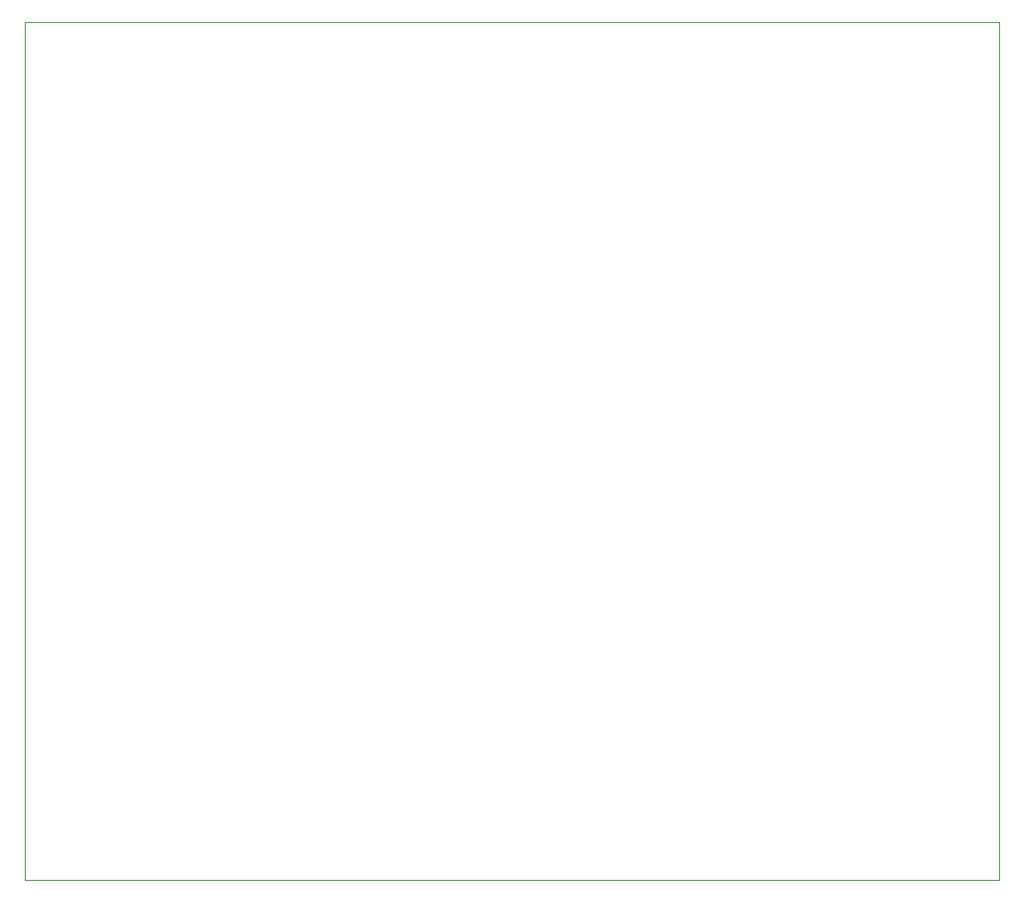
<source format=gbr>
G04 #@! TF.GenerationSoftware,KiCad,Pcbnew,5.1.0-unknown-c1c4a09~82~ubuntu18.04.1*
G04 #@! TF.CreationDate,2019-03-27T22:18:47+01:00*
G04 #@! TF.ProjectId,TDR_5351_core,5444525f-3533-4353-915f-636f72652e6b,rev?*
G04 #@! TF.SameCoordinates,Original*
G04 #@! TF.FileFunction,Profile,NP*
%FSLAX46Y46*%
G04 Gerber Fmt 4.6, Leading zero omitted, Abs format (unit mm)*
G04 Created by KiCad (PCBNEW 5.1.0-unknown-c1c4a09~82~ubuntu18.04.1) date 2019-03-27 22:18:47*
%MOMM*%
%LPD*%
G04 APERTURE LIST*
%ADD10C,0.050000*%
G04 APERTURE END LIST*
D10*
X168000000Y-108950000D02*
X168000000Y-30000000D01*
X257600000Y-108950000D02*
X168000000Y-108950000D01*
X257600000Y-30000000D02*
X257600000Y-108950000D01*
X168000000Y-30000000D02*
X257600000Y-30000000D01*
M02*

</source>
